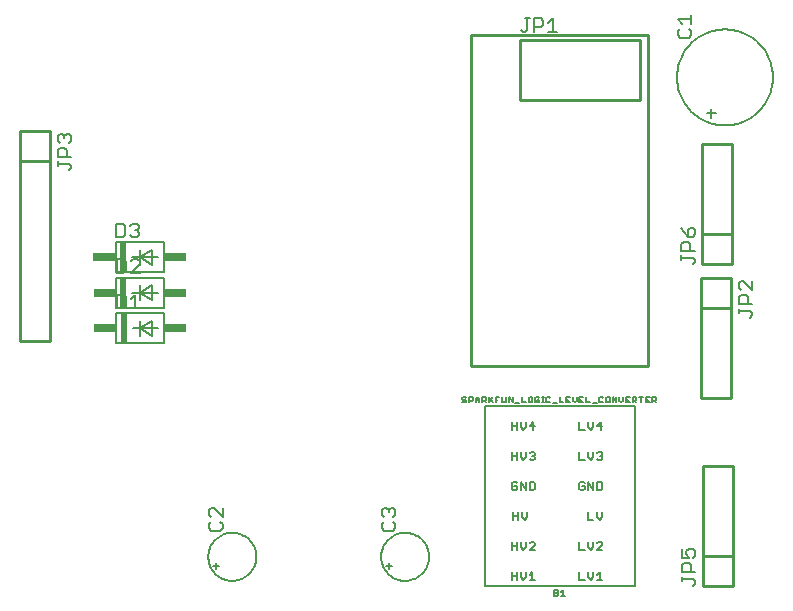
<source format=gbr>
G75*
G70*
%OFA0B0*%
%FSLAX24Y24*%
%IPPOS*%
%LPD*%
%AMOC8*
5,1,8,0,0,1.08239X$1,22.5*
%
%ADD10C,0.0100*%
%ADD11C,0.0050*%
%ADD12C,0.0060*%
%ADD13R,0.0200X0.1000*%
%ADD14R,0.0750X0.0300*%
D10*
X001334Y010472D02*
X002334Y010472D01*
X002334Y016472D01*
X001334Y016472D01*
X002334Y016472D02*
X002334Y017472D01*
X001334Y017472D01*
X001334Y010472D01*
X016339Y009629D02*
X016339Y020652D01*
X022245Y020652D01*
X022245Y009629D01*
X016339Y009629D01*
X024037Y008566D02*
X025037Y008566D01*
X025037Y011566D01*
X024037Y011566D01*
X025037Y011566D02*
X025037Y012566D01*
X024037Y012566D01*
X024037Y008566D01*
X024080Y006307D02*
X024080Y003307D01*
X025080Y003307D01*
X024080Y003307D02*
X024080Y002307D01*
X025080Y002307D01*
X025080Y006307D01*
X024080Y006307D01*
X024061Y013023D02*
X024061Y014023D01*
X025061Y014023D01*
X024061Y014023D02*
X024061Y017023D01*
X025061Y017023D01*
X025061Y013023D01*
X024061Y013023D01*
X021981Y018487D02*
X017981Y018487D01*
X017981Y020487D01*
X018731Y020487D01*
X019231Y020487D01*
X019731Y020487D01*
X020231Y020487D01*
X020731Y020487D01*
X021481Y020487D01*
X021981Y020487D01*
X021981Y018487D01*
D11*
X023320Y020572D02*
X023620Y020572D01*
X023695Y020647D01*
X023695Y020797D01*
X023620Y020872D01*
X023695Y021032D02*
X023695Y021333D01*
X023695Y021183D02*
X023245Y021183D01*
X023395Y021032D01*
X023320Y020872D02*
X023245Y020797D01*
X023245Y020647D01*
X023320Y020572D01*
X019227Y020762D02*
X018927Y020762D01*
X019077Y020762D02*
X019077Y021212D01*
X018927Y021062D01*
X018767Y020987D02*
X018692Y020912D01*
X018466Y020912D01*
X018466Y020762D02*
X018466Y021212D01*
X018692Y021212D01*
X018767Y021137D01*
X018767Y020987D01*
X018306Y021212D02*
X018156Y021212D01*
X018231Y021212D02*
X018231Y020837D01*
X018156Y020762D01*
X018081Y020762D01*
X018006Y020837D01*
X023366Y014239D02*
X023441Y014088D01*
X023591Y013938D01*
X023591Y014163D01*
X023666Y014239D01*
X023741Y014239D01*
X023816Y014163D01*
X023816Y014013D01*
X023741Y013938D01*
X023591Y013938D01*
X023591Y013778D02*
X023441Y013778D01*
X023366Y013703D01*
X023366Y013478D01*
X023816Y013478D01*
X023666Y013478D02*
X023666Y013703D01*
X023591Y013778D01*
X023366Y013318D02*
X023366Y013168D01*
X023366Y013243D02*
X023741Y013243D01*
X023816Y013168D01*
X023816Y013093D01*
X023741Y013018D01*
X025282Y012386D02*
X025282Y012235D01*
X025357Y012160D01*
X025357Y012000D02*
X025507Y012000D01*
X025582Y011925D01*
X025582Y011700D01*
X025732Y011700D02*
X025282Y011700D01*
X025282Y011925D01*
X025357Y012000D01*
X025282Y012386D02*
X025357Y012461D01*
X025432Y012461D01*
X025732Y012160D01*
X025732Y012461D01*
X025657Y011465D02*
X025282Y011465D01*
X025282Y011390D02*
X025282Y011540D01*
X025657Y011465D02*
X025732Y011390D01*
X025732Y011315D01*
X025657Y011240D01*
X022529Y008571D02*
X022529Y008507D01*
X022497Y008475D01*
X022402Y008475D01*
X022402Y008412D02*
X022402Y008602D01*
X022497Y008602D01*
X022529Y008571D01*
X022465Y008475D02*
X022529Y008412D01*
X022308Y008412D02*
X022181Y008412D01*
X022181Y008602D01*
X022308Y008602D01*
X022244Y008507D02*
X022181Y008507D01*
X022087Y008602D02*
X021960Y008602D01*
X022023Y008602D02*
X022023Y008412D01*
X021866Y008412D02*
X021802Y008475D01*
X021834Y008475D02*
X021739Y008475D01*
X021739Y008412D02*
X021739Y008602D01*
X021834Y008602D01*
X021866Y008571D01*
X021866Y008507D01*
X021834Y008475D01*
X021820Y008287D02*
X016820Y008287D01*
X016820Y002287D01*
X021820Y002287D01*
X021820Y008287D01*
X021645Y008412D02*
X021518Y008412D01*
X021518Y008602D01*
X021645Y008602D01*
X021581Y008507D02*
X021518Y008507D01*
X021424Y008475D02*
X021424Y008602D01*
X021424Y008475D02*
X021360Y008412D01*
X021297Y008475D01*
X021297Y008602D01*
X021203Y008602D02*
X021203Y008412D01*
X021076Y008602D01*
X021076Y008412D01*
X020982Y008444D02*
X020982Y008571D01*
X020950Y008602D01*
X020887Y008602D01*
X020855Y008571D01*
X020855Y008444D01*
X020887Y008412D01*
X020950Y008412D01*
X020982Y008444D01*
X020761Y008444D02*
X020729Y008412D01*
X020666Y008412D01*
X020634Y008444D01*
X020634Y008571D01*
X020666Y008602D01*
X020729Y008602D01*
X020761Y008571D01*
X020540Y008380D02*
X020413Y008380D01*
X020319Y008412D02*
X020192Y008412D01*
X020192Y008602D01*
X020098Y008602D02*
X019971Y008602D01*
X019971Y008412D01*
X020098Y008412D01*
X020035Y008507D02*
X019971Y008507D01*
X019877Y008475D02*
X019877Y008602D01*
X019877Y008475D02*
X019814Y008412D01*
X019750Y008475D01*
X019750Y008602D01*
X019656Y008602D02*
X019529Y008602D01*
X019529Y008412D01*
X019656Y008412D01*
X019593Y008507D02*
X019529Y008507D01*
X019435Y008412D02*
X019308Y008412D01*
X019308Y008602D01*
X019214Y008380D02*
X019087Y008380D01*
X018993Y008444D02*
X018961Y008412D01*
X018898Y008412D01*
X018866Y008444D01*
X018866Y008571D01*
X018898Y008602D01*
X018961Y008602D01*
X018993Y008571D01*
X018782Y008602D02*
X018719Y008602D01*
X018751Y008602D02*
X018751Y008412D01*
X018782Y008412D02*
X018719Y008412D01*
X018625Y008444D02*
X018625Y008507D01*
X018561Y008507D01*
X018498Y008444D02*
X018530Y008412D01*
X018593Y008412D01*
X018625Y008444D01*
X018625Y008571D02*
X018593Y008602D01*
X018530Y008602D01*
X018498Y008571D01*
X018498Y008444D01*
X018404Y008444D02*
X018404Y008571D01*
X018372Y008602D01*
X018309Y008602D01*
X018277Y008571D01*
X018277Y008444D01*
X018309Y008412D01*
X018372Y008412D01*
X018404Y008444D01*
X018183Y008412D02*
X018056Y008412D01*
X018056Y008602D01*
X017962Y008380D02*
X017835Y008380D01*
X017741Y008412D02*
X017741Y008602D01*
X017614Y008602D02*
X017741Y008412D01*
X017614Y008412D02*
X017614Y008602D01*
X017520Y008602D02*
X017520Y008444D01*
X017488Y008412D01*
X017425Y008412D01*
X017393Y008444D01*
X017393Y008602D01*
X017299Y008602D02*
X017172Y008602D01*
X017172Y008412D01*
X017078Y008412D02*
X016983Y008507D01*
X016951Y008475D02*
X017078Y008602D01*
X016951Y008602D02*
X016951Y008412D01*
X016857Y008412D02*
X016793Y008475D01*
X016825Y008475D02*
X016730Y008475D01*
X016730Y008412D02*
X016730Y008602D01*
X016825Y008602D01*
X016857Y008571D01*
X016857Y008507D01*
X016825Y008475D01*
X016636Y008507D02*
X016509Y008507D01*
X016509Y008539D02*
X016509Y008412D01*
X016636Y008412D02*
X016636Y008539D01*
X016572Y008602D01*
X016509Y008539D01*
X016415Y008571D02*
X016415Y008507D01*
X016383Y008475D01*
X016288Y008475D01*
X016288Y008412D02*
X016288Y008602D01*
X016383Y008602D01*
X016415Y008571D01*
X016194Y008571D02*
X016162Y008602D01*
X016099Y008602D01*
X016067Y008571D01*
X016067Y008539D01*
X016099Y008507D01*
X016162Y008507D01*
X016194Y008475D01*
X016194Y008444D01*
X016162Y008412D01*
X016099Y008412D01*
X016067Y008444D01*
X017172Y008507D02*
X017235Y008507D01*
X013760Y004903D02*
X013685Y004903D01*
X013610Y004828D01*
X013610Y004753D01*
X013610Y004828D02*
X013535Y004903D01*
X013460Y004903D01*
X013385Y004828D01*
X013385Y004678D01*
X013460Y004602D01*
X013460Y004442D02*
X013385Y004367D01*
X013385Y004217D01*
X013460Y004142D01*
X013760Y004142D01*
X013835Y004217D01*
X013835Y004367D01*
X013760Y004442D01*
X013760Y004602D02*
X013835Y004678D01*
X013835Y004828D01*
X013760Y004903D01*
X019124Y002162D02*
X019124Y001972D01*
X019219Y001972D01*
X019251Y002004D01*
X019251Y002035D01*
X019219Y002067D01*
X019124Y002067D01*
X019219Y002067D02*
X019251Y002099D01*
X019251Y002131D01*
X019219Y002162D01*
X019124Y002162D01*
X019345Y002099D02*
X019408Y002162D01*
X019408Y001972D01*
X019345Y001972D02*
X019472Y001972D01*
X023385Y002452D02*
X023385Y002602D01*
X023385Y002527D02*
X023760Y002527D01*
X023835Y002452D01*
X023835Y002377D01*
X023760Y002302D01*
X023835Y002762D02*
X023385Y002762D01*
X023385Y002988D01*
X023460Y003063D01*
X023610Y003063D01*
X023685Y002988D01*
X023685Y002762D01*
X023760Y003223D02*
X023835Y003298D01*
X023835Y003448D01*
X023760Y003523D01*
X023610Y003523D01*
X023535Y003448D01*
X023535Y003373D01*
X023610Y003223D01*
X023385Y003223D01*
X023385Y003523D01*
X008075Y004217D02*
X008075Y004367D01*
X008000Y004442D01*
X008075Y004602D02*
X007775Y004903D01*
X007700Y004903D01*
X007625Y004828D01*
X007625Y004678D01*
X007700Y004602D01*
X007700Y004442D02*
X007625Y004367D01*
X007625Y004217D01*
X007700Y004142D01*
X008000Y004142D01*
X008075Y004217D01*
X008075Y004602D02*
X008075Y004903D01*
X005308Y011559D02*
X005007Y011559D01*
X005158Y011559D02*
X005158Y012009D01*
X005007Y011859D01*
X004847Y011934D02*
X004847Y011634D01*
X004772Y011559D01*
X004547Y011559D01*
X004547Y012009D01*
X004772Y012009D01*
X004847Y011934D01*
X004770Y012742D02*
X004545Y012742D01*
X004545Y013192D01*
X004770Y013192D01*
X004845Y013117D01*
X004845Y012817D01*
X004770Y012742D01*
X005005Y012742D02*
X005305Y013042D01*
X005305Y013117D01*
X005230Y013192D01*
X005080Y013192D01*
X005005Y013117D01*
X005005Y012742D02*
X005305Y012742D01*
X005216Y013925D02*
X005065Y013925D01*
X004990Y014000D01*
X004830Y014000D02*
X004830Y014300D01*
X004755Y014375D01*
X004530Y014375D01*
X004530Y013925D01*
X004755Y013925D01*
X004830Y014000D01*
X004990Y014300D02*
X005065Y014375D01*
X005216Y014375D01*
X005291Y014300D01*
X005291Y014225D01*
X005216Y014150D01*
X005291Y014075D01*
X005291Y014000D01*
X005216Y013925D01*
X005216Y014150D02*
X005141Y014150D01*
X003029Y016221D02*
X003029Y016296D01*
X002953Y016371D01*
X002578Y016371D01*
X002578Y016296D02*
X002578Y016446D01*
X002578Y016606D02*
X002578Y016832D01*
X002653Y016907D01*
X002803Y016907D01*
X002878Y016832D01*
X002878Y016606D01*
X003029Y016606D02*
X002578Y016606D01*
X002653Y017067D02*
X002578Y017142D01*
X002578Y017292D01*
X002653Y017367D01*
X002728Y017367D01*
X002803Y017292D01*
X002878Y017367D01*
X002953Y017367D01*
X003029Y017292D01*
X003029Y017142D01*
X002953Y017067D01*
X002803Y017217D02*
X002803Y017292D01*
X003029Y016221D02*
X002953Y016146D01*
D12*
X007750Y002967D02*
X007950Y002967D01*
X007850Y002867D02*
X007850Y003067D01*
X007600Y003267D02*
X007602Y003323D01*
X007608Y003380D01*
X007618Y003435D01*
X007632Y003490D01*
X007649Y003544D01*
X007671Y003596D01*
X007696Y003646D01*
X007724Y003695D01*
X007756Y003742D01*
X007791Y003786D01*
X007829Y003828D01*
X007870Y003867D01*
X007914Y003902D01*
X007960Y003935D01*
X008008Y003964D01*
X008058Y003990D01*
X008110Y004013D01*
X008164Y004031D01*
X008218Y004046D01*
X008273Y004057D01*
X008329Y004064D01*
X008386Y004067D01*
X008442Y004066D01*
X008499Y004061D01*
X008554Y004052D01*
X008609Y004039D01*
X008663Y004022D01*
X008716Y004002D01*
X008767Y003978D01*
X008816Y003950D01*
X008863Y003919D01*
X008908Y003885D01*
X008951Y003847D01*
X008990Y003807D01*
X009027Y003764D01*
X009060Y003719D01*
X009090Y003671D01*
X009117Y003621D01*
X009140Y003570D01*
X009160Y003517D01*
X009176Y003463D01*
X009188Y003407D01*
X009196Y003352D01*
X009200Y003295D01*
X009200Y003239D01*
X009196Y003182D01*
X009188Y003127D01*
X009176Y003071D01*
X009160Y003017D01*
X009140Y002964D01*
X009117Y002913D01*
X009090Y002863D01*
X009060Y002815D01*
X009027Y002770D01*
X008990Y002727D01*
X008951Y002687D01*
X008908Y002649D01*
X008863Y002615D01*
X008816Y002584D01*
X008767Y002556D01*
X008716Y002532D01*
X008663Y002512D01*
X008609Y002495D01*
X008554Y002482D01*
X008499Y002473D01*
X008442Y002468D01*
X008386Y002467D01*
X008329Y002470D01*
X008273Y002477D01*
X008218Y002488D01*
X008164Y002503D01*
X008110Y002521D01*
X008058Y002544D01*
X008008Y002570D01*
X007960Y002599D01*
X007914Y002632D01*
X007870Y002667D01*
X007829Y002706D01*
X007791Y002748D01*
X007756Y002792D01*
X007724Y002839D01*
X007696Y002888D01*
X007671Y002938D01*
X007649Y002990D01*
X007632Y003044D01*
X007618Y003099D01*
X007608Y003154D01*
X007602Y003211D01*
X007600Y003267D01*
X013510Y002967D02*
X013710Y002967D01*
X013610Y002867D02*
X013610Y003067D01*
X013360Y003267D02*
X013362Y003323D01*
X013368Y003380D01*
X013378Y003435D01*
X013392Y003490D01*
X013409Y003544D01*
X013431Y003596D01*
X013456Y003646D01*
X013484Y003695D01*
X013516Y003742D01*
X013551Y003786D01*
X013589Y003828D01*
X013630Y003867D01*
X013674Y003902D01*
X013720Y003935D01*
X013768Y003964D01*
X013818Y003990D01*
X013870Y004013D01*
X013924Y004031D01*
X013978Y004046D01*
X014033Y004057D01*
X014089Y004064D01*
X014146Y004067D01*
X014202Y004066D01*
X014259Y004061D01*
X014314Y004052D01*
X014369Y004039D01*
X014423Y004022D01*
X014476Y004002D01*
X014527Y003978D01*
X014576Y003950D01*
X014623Y003919D01*
X014668Y003885D01*
X014711Y003847D01*
X014750Y003807D01*
X014787Y003764D01*
X014820Y003719D01*
X014850Y003671D01*
X014877Y003621D01*
X014900Y003570D01*
X014920Y003517D01*
X014936Y003463D01*
X014948Y003407D01*
X014956Y003352D01*
X014960Y003295D01*
X014960Y003239D01*
X014956Y003182D01*
X014948Y003127D01*
X014936Y003071D01*
X014920Y003017D01*
X014900Y002964D01*
X014877Y002913D01*
X014850Y002863D01*
X014820Y002815D01*
X014787Y002770D01*
X014750Y002727D01*
X014711Y002687D01*
X014668Y002649D01*
X014623Y002615D01*
X014576Y002584D01*
X014527Y002556D01*
X014476Y002532D01*
X014423Y002512D01*
X014369Y002495D01*
X014314Y002482D01*
X014259Y002473D01*
X014202Y002468D01*
X014146Y002467D01*
X014089Y002470D01*
X014033Y002477D01*
X013978Y002488D01*
X013924Y002503D01*
X013870Y002521D01*
X013818Y002544D01*
X013768Y002570D01*
X013720Y002599D01*
X013674Y002632D01*
X013630Y002667D01*
X013589Y002706D01*
X013551Y002748D01*
X013516Y002792D01*
X013484Y002839D01*
X013456Y002888D01*
X013431Y002938D01*
X013409Y002990D01*
X013392Y003044D01*
X013378Y003099D01*
X013368Y003154D01*
X013362Y003211D01*
X013360Y003267D01*
X017716Y003497D02*
X017716Y003757D01*
X017716Y003627D02*
X017890Y003627D01*
X018011Y003584D02*
X018011Y003757D01*
X017890Y003757D02*
X017890Y003497D01*
X018011Y003584D02*
X018097Y003497D01*
X018184Y003584D01*
X018184Y003757D01*
X018305Y003714D02*
X018349Y003757D01*
X018435Y003757D01*
X018479Y003714D01*
X018479Y003671D01*
X018305Y003497D01*
X018479Y003497D01*
X018392Y002757D02*
X018392Y002497D01*
X018305Y002497D02*
X018479Y002497D01*
X018305Y002671D02*
X018392Y002757D01*
X018184Y002757D02*
X018184Y002584D01*
X018097Y002497D01*
X018011Y002584D01*
X018011Y002757D01*
X017890Y002757D02*
X017890Y002497D01*
X017890Y002627D02*
X017716Y002627D01*
X017716Y002497D02*
X017716Y002757D01*
X017761Y004497D02*
X017761Y004757D01*
X017761Y004627D02*
X017934Y004627D01*
X018055Y004584D02*
X018142Y004497D01*
X018229Y004584D01*
X018229Y004757D01*
X018055Y004757D02*
X018055Y004584D01*
X017934Y004497D02*
X017934Y004757D01*
X018011Y005497D02*
X018011Y005757D01*
X018184Y005497D01*
X018184Y005757D01*
X018305Y005757D02*
X018435Y005757D01*
X018479Y005714D01*
X018479Y005540D01*
X018435Y005497D01*
X018305Y005497D01*
X018305Y005757D01*
X017890Y005714D02*
X017846Y005757D01*
X017759Y005757D01*
X017716Y005714D01*
X017716Y005540D01*
X017759Y005497D01*
X017846Y005497D01*
X017890Y005540D01*
X017890Y005627D01*
X017803Y005627D01*
X017890Y006497D02*
X017890Y006757D01*
X018011Y006757D02*
X018011Y006584D01*
X018097Y006497D01*
X018184Y006584D01*
X018184Y006757D01*
X018305Y006714D02*
X018349Y006757D01*
X018435Y006757D01*
X018479Y006714D01*
X018479Y006671D01*
X018435Y006627D01*
X018479Y006584D01*
X018479Y006540D01*
X018435Y006497D01*
X018349Y006497D01*
X018305Y006540D01*
X018392Y006627D02*
X018435Y006627D01*
X017890Y006627D02*
X017716Y006627D01*
X017716Y006497D02*
X017716Y006757D01*
X017716Y007497D02*
X017716Y007757D01*
X017716Y007627D02*
X017890Y007627D01*
X018011Y007584D02*
X018011Y007757D01*
X017890Y007757D02*
X017890Y007497D01*
X018011Y007584D02*
X018097Y007497D01*
X018184Y007584D01*
X018184Y007757D01*
X018305Y007627D02*
X018479Y007627D01*
X018435Y007497D02*
X018435Y007757D01*
X018305Y007627D01*
X019966Y007497D02*
X020140Y007497D01*
X020261Y007584D02*
X020347Y007497D01*
X020434Y007584D01*
X020434Y007757D01*
X020261Y007757D02*
X020261Y007584D01*
X020555Y007627D02*
X020729Y007627D01*
X020685Y007497D02*
X020685Y007757D01*
X020555Y007627D01*
X019966Y007757D02*
X019966Y007497D01*
X019966Y006757D02*
X019966Y006497D01*
X020140Y006497D01*
X020261Y006584D02*
X020347Y006497D01*
X020434Y006584D01*
X020434Y006757D01*
X020555Y006714D02*
X020599Y006757D01*
X020685Y006757D01*
X020729Y006714D01*
X020729Y006671D01*
X020685Y006627D01*
X020729Y006584D01*
X020729Y006540D01*
X020685Y006497D01*
X020599Y006497D01*
X020555Y006540D01*
X020642Y006627D02*
X020685Y006627D01*
X020261Y006584D02*
X020261Y006757D01*
X020261Y005757D02*
X020434Y005497D01*
X020434Y005757D01*
X020555Y005757D02*
X020685Y005757D01*
X020729Y005714D01*
X020729Y005540D01*
X020685Y005497D01*
X020555Y005497D01*
X020555Y005757D01*
X020261Y005757D02*
X020261Y005497D01*
X020140Y005540D02*
X020140Y005627D01*
X020053Y005627D01*
X020140Y005540D02*
X020096Y005497D01*
X020009Y005497D01*
X019966Y005540D01*
X019966Y005714D01*
X020009Y005757D01*
X020096Y005757D01*
X020140Y005714D01*
X020261Y004757D02*
X020261Y004497D01*
X020434Y004497D01*
X020555Y004584D02*
X020642Y004497D01*
X020729Y004584D01*
X020729Y004757D01*
X020555Y004757D02*
X020555Y004584D01*
X020599Y003757D02*
X020555Y003714D01*
X020599Y003757D02*
X020685Y003757D01*
X020729Y003714D01*
X020729Y003671D01*
X020555Y003497D01*
X020729Y003497D01*
X020434Y003584D02*
X020434Y003757D01*
X020434Y003584D02*
X020347Y003497D01*
X020261Y003584D01*
X020261Y003757D01*
X020140Y003497D02*
X019966Y003497D01*
X019966Y003757D01*
X019966Y002757D02*
X019966Y002497D01*
X020140Y002497D01*
X020261Y002584D02*
X020347Y002497D01*
X020434Y002584D01*
X020434Y002757D01*
X020555Y002671D02*
X020642Y002757D01*
X020642Y002497D01*
X020555Y002497D02*
X020729Y002497D01*
X020261Y002584D02*
X020261Y002757D01*
X006122Y010384D02*
X006122Y011384D01*
X004522Y011384D01*
X004522Y010384D01*
X006122Y010384D01*
X005722Y010634D02*
X005322Y010884D01*
X005322Y010634D01*
X005322Y010884D02*
X005072Y010884D01*
X005322Y010884D02*
X005322Y011134D01*
X005322Y010884D02*
X005722Y011134D01*
X005722Y010634D01*
X005922Y010884D02*
X005322Y010884D01*
X006120Y011567D02*
X004520Y011567D01*
X004520Y012567D01*
X006120Y012567D01*
X006120Y011567D01*
X005720Y011817D02*
X005320Y012067D01*
X005320Y011817D01*
X005320Y012067D02*
X005070Y012067D01*
X005320Y012067D02*
X005320Y012317D01*
X005320Y012067D02*
X005720Y012317D01*
X005720Y011817D01*
X005920Y012067D02*
X005320Y012067D01*
X006105Y012750D02*
X004505Y012750D01*
X004505Y013750D01*
X006105Y013750D01*
X006105Y012750D01*
X005705Y013000D02*
X005305Y013250D01*
X005305Y013000D01*
X005305Y013250D02*
X005305Y013500D01*
X005305Y013250D02*
X005705Y013500D01*
X005705Y013000D01*
X005905Y013250D02*
X005305Y013250D01*
X005055Y013250D01*
X024220Y018047D02*
X024520Y018047D01*
X024370Y017897D02*
X024370Y018197D01*
X023220Y019247D02*
X023222Y019327D01*
X023228Y019406D01*
X023238Y019485D01*
X023252Y019564D01*
X023269Y019642D01*
X023291Y019719D01*
X023316Y019794D01*
X023346Y019868D01*
X023378Y019941D01*
X023415Y020012D01*
X023455Y020081D01*
X023498Y020148D01*
X023545Y020213D01*
X023594Y020275D01*
X023647Y020335D01*
X023703Y020392D01*
X023761Y020447D01*
X023822Y020498D01*
X023886Y020546D01*
X023952Y020591D01*
X024020Y020633D01*
X024090Y020671D01*
X024162Y020705D01*
X024235Y020736D01*
X024310Y020764D01*
X024387Y020787D01*
X024464Y020807D01*
X024542Y020823D01*
X024621Y020835D01*
X024700Y020843D01*
X024780Y020847D01*
X024860Y020847D01*
X024940Y020843D01*
X025019Y020835D01*
X025098Y020823D01*
X025176Y020807D01*
X025253Y020787D01*
X025330Y020764D01*
X025405Y020736D01*
X025478Y020705D01*
X025550Y020671D01*
X025620Y020633D01*
X025688Y020591D01*
X025754Y020546D01*
X025818Y020498D01*
X025879Y020447D01*
X025937Y020392D01*
X025993Y020335D01*
X026046Y020275D01*
X026095Y020213D01*
X026142Y020148D01*
X026185Y020081D01*
X026225Y020012D01*
X026262Y019941D01*
X026294Y019868D01*
X026324Y019794D01*
X026349Y019719D01*
X026371Y019642D01*
X026388Y019564D01*
X026402Y019485D01*
X026412Y019406D01*
X026418Y019327D01*
X026420Y019247D01*
X026418Y019167D01*
X026412Y019088D01*
X026402Y019009D01*
X026388Y018930D01*
X026371Y018852D01*
X026349Y018775D01*
X026324Y018700D01*
X026294Y018626D01*
X026262Y018553D01*
X026225Y018482D01*
X026185Y018413D01*
X026142Y018346D01*
X026095Y018281D01*
X026046Y018219D01*
X025993Y018159D01*
X025937Y018102D01*
X025879Y018047D01*
X025818Y017996D01*
X025754Y017948D01*
X025688Y017903D01*
X025620Y017861D01*
X025550Y017823D01*
X025478Y017789D01*
X025405Y017758D01*
X025330Y017730D01*
X025253Y017707D01*
X025176Y017687D01*
X025098Y017671D01*
X025019Y017659D01*
X024940Y017651D01*
X024860Y017647D01*
X024780Y017647D01*
X024700Y017651D01*
X024621Y017659D01*
X024542Y017671D01*
X024464Y017687D01*
X024387Y017707D01*
X024310Y017730D01*
X024235Y017758D01*
X024162Y017789D01*
X024090Y017823D01*
X024020Y017861D01*
X023952Y017903D01*
X023886Y017948D01*
X023822Y017996D01*
X023761Y018047D01*
X023703Y018102D01*
X023647Y018159D01*
X023594Y018219D01*
X023545Y018281D01*
X023498Y018346D01*
X023455Y018413D01*
X023415Y018482D01*
X023378Y018553D01*
X023346Y018626D01*
X023316Y018700D01*
X023291Y018775D01*
X023269Y018852D01*
X023252Y018930D01*
X023238Y019009D01*
X023228Y019088D01*
X023222Y019167D01*
X023220Y019247D01*
D13*
X004755Y013250D03*
X004770Y012067D03*
X004772Y010884D03*
D14*
X004147Y010884D03*
X004145Y012067D03*
X004130Y013250D03*
X006480Y013250D03*
X006495Y012067D03*
X006497Y010884D03*
M02*

</source>
